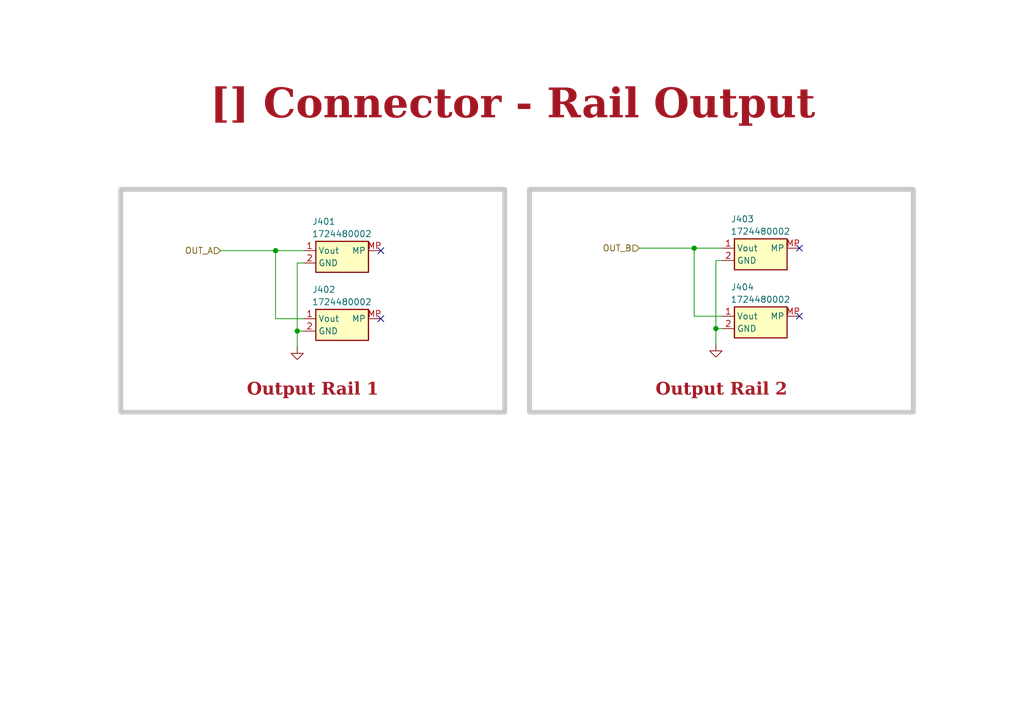
<source format=kicad_sch>
(kicad_sch (version 20231120) (generator "eeschema") (generator_version "8.0")
  (paper "A5")
  (title_block (title "Connector - Rail Output") (date "Last Modified Date") (rev "${REVISION}") (company "${COMPANY}"))
  (lib_symbols
    (symbol "0_connectors:Molex__755611500"
      (property "Reference" "Molex_755611500" (at 0 0 0))
      (symbol "Molex__755611500_1_1"
        (rectangle (start -5.08 7.62) (end 5.715 1.27) (stroke (width 0.254)) (fill (type background)))
        (pin passive line (at -7.62 5.715 0) (length 2.54) (name "Vout") (number "1"))
        (pin passive line (at -7.62 3.175 0) (length 2.54) (name "GND") (number "2"))
        (pin passive line (at 8.255 5.715 180) (length 2.54) (name "MP") (number "MP"))
      )
    )
    (symbol "power:GND" (power) (pin_numbers hide) (pin_names (offset 0) hide)
      (property "Value" "GND" (at 0 -3.81 0))
      (symbol "GND_0_1"
        (polyline (pts (xy 0 0) (xy 0 -1.27) (xy 1.27 -1.27) (xy 0 -2.54) (xy -1.27 -1.27) (xy 0 -1.27)))
      )
      (symbol "GND_1_1"
        (pin power_in line (at 0 0 270) (length 0) (name "~") (number "1"))
      )
    )
  )
  (junction (at 142.367 50.927))
  (junction (at 60.96 67.945))
  (junction (at 146.812 67.437))
  (junction (at 56.515 51.435))
  (no_connect (at 78.105 51.435))
  (no_connect (at 163.957 64.897))
  (no_connect (at 78.105 65.405))
  (no_connect (at 163.957 50.927))
  (wire (pts (xy 60.96 67.945) (xy 62.23 67.945)))
  (wire (pts (xy 60.96 71.247) (xy 60.96 67.945)))
  (wire (pts (xy 56.515 51.435) (xy 62.23 51.435)))
  (wire (pts (xy 60.96 53.975) (xy 60.96 67.945)))
  (wire (pts (xy 148.082 64.897) (xy 142.367 64.897)))
  (wire (pts (xy 142.367 50.927) (xy 148.082 50.927)))
  (wire (pts (xy 56.515 51.435) (xy 56.515 65.405)))
  (wire (pts (xy 62.23 65.405) (xy 56.515 65.405)))
  (wire (pts (xy 45.212 51.435) (xy 56.515 51.435)))
  (wire (pts (xy 131.064 50.927) (xy 142.367 50.927)))
  (wire (pts (xy 146.812 70.739) (xy 146.812 67.437)))
  (wire (pts (xy 146.812 67.437) (xy 148.082 67.437)))
  (wire (pts (xy 148.082 53.467) (xy 146.812 53.467)))
  (wire (pts (xy 62.23 53.975) (xy 60.96 53.975)))
  (wire (pts (xy 146.812 53.467) (xy 146.812 67.437)))
  (wire (pts (xy 142.367 50.927) (xy 142.367 64.897)))
  (rectangle (start 24.765 38.862) (end 103.505 84.582) (stroke (width 1) (color 200 200 200 1)))
  (rectangle (start 108.585 38.862) (end 187.325 84.582) (stroke (width 1) (color 200 200 200 1)))
  (text_box "Output Rail 2\n\n" (at 109.22 73.787 0) (size 77.47 9.525) (stroke (width -0.0001)) (effects (font (size 2.54 2.54) (thickness 0.508) (bold yes)) (justify bottom)))
  (text_box "[${#}] ${TITLE}" (at 12.446 15.24 0) (size 185.42 12.7) (stroke (width -0.0001)) (effects (font (size 6 6) (thickness 1.2) (bold yes))))
  (text_box "Output Rail 1" (at 25.4 73.787 0) (size 77.47 9.525) (stroke (width -0.0001)) (effects (font (size 2.54 2.54) (thickness 0.508) (bold yes)) (justify bottom)))
  (hierarchical_label "OUT_A" (shape input) (at 45.212 51.435 180))
  (hierarchical_label "OUT_B" (shape input) (at 131.064 50.927 180))
  (symbol (lib_id "power:GND") (at 146.812 70.739 0) (unit 1)
    (property "Reference" "#PWR0402" (effects (hide yes)))
    (property "Value" "GND" (effects (hide yes)))
    (property "Description" "Power symbol creates a global label with name \"GND\" , ground" (effects (hide yes)))
  )
  (symbol (lib_id "0_connectors:Molex__755611500") (at 155.702 70.612 0) (unit 1)
    (property "Reference" "J404" (at 152.273 58.928 0))
    (property "Value" "1724480002" (at 155.956 61.468 0))
    (property "Footprint" "0_connectors:172448-YY02" (effects (hide yes)))
  )
  (symbol (lib_id "0_connectors:Molex__755611500") (at 69.85 71.12 0) (unit 1)
    (property "Reference" "J402" (at 66.421 59.436 0))
    (property "Value" "1724480002" (at 70.104 61.976 0))
    (property "Footprint" "0_connectors:172448-YY02" (effects (hide yes)))
  )
  (symbol (lib_id "power:GND") (at 60.96 71.247 0) (unit 1)
    (property "Reference" "#PWR0401" (effects (hide yes)))
    (property "Value" "GND" (effects (hide yes)))
    (property "Description" "Power symbol creates a global label with name \"GND\" , ground" (effects (hide yes)))
  )
  (symbol (lib_id "0_connectors:Molex__755611500") (at 69.85 57.15 0) (unit 1)
    (property "Reference" "J401" (at 66.421 45.466 0))
    (property "Value" "1724480002" (at 70.104 48.006 0))
    (property "Footprint" "0_connectors:172448-YY02" (effects (hide yes)))
  )
  (symbol (lib_id "0_connectors:Molex__755611500") (at 155.702 56.642 0) (unit 1)
    (property "Reference" "J403" (at 152.273 44.958 0))
    (property "Value" "1724480002" (at 155.956 47.498 0))
    (property "Footprint" "0_connectors:172448-YY02" (effects (hide yes)))
  )
)
</source>
